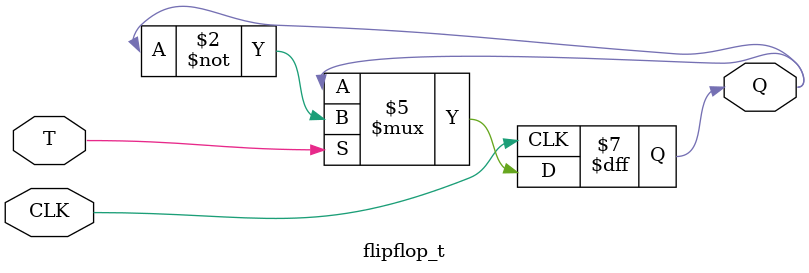
<source format=v>
module generador_de_relojes( 
    input wire CLK32,
    output wire CLK16, CLK8, CLK4, CLK2, CLK);

    wire EN1;
    wire EN2;
    wire EN3;
    wire EN4;

    and and0(EN1, CLK16, 1'b1);
    and and0(EN2, CLK8, EN1);
    and and0(EN3, CLK4, EN2);
    and and0(EN4, CLK2, EN3);

    flipflop_t ff0(.T(1'b1), .CLK(CLK32), .Q(CLK16));
    flipflop_t ff1(.T(EN1), .CLK(CLK32), .Q(CLK8));
    flipflop_t ff2(.T(EN2), .CLK(CLK32), .Q(CLK4));
    flipflop_t ff3(.T(EN3), .CLK(CLK32), .Q(CLK2));
    flipflop_t ff4(.T(EN4), .CLK(CLK32), .Q(CLK));

endmodule

module flipflop_t(
    input wire T, CLK,
    output reg Q);
    
    initial begin    
    Q <= 1'b0;
    end
	always @(posedge CLK) begin
        if (T) begin
            Q <= ~Q;
        end  
        else begin
            Q <= Q;
        end 
    end
endmodule


</source>
